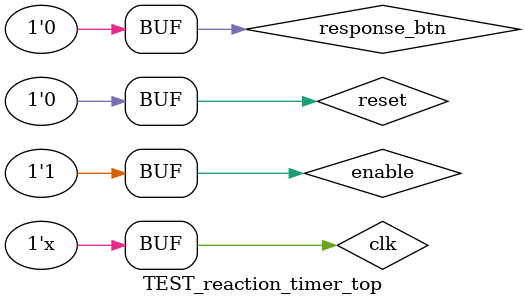
<source format=v>
`timescale 1ns / 1ps

module TEST_reaction_timer_top(
    );

    reg enable, reset, response_btn, clk;
    wire [32:0] reaction_time;
    wire trigger_led, debounced_btn;
    wire [1:0] next_state;
    wire [3:0] digit1;
    wire [3:0] digit2;
    wire [3:0] digit3;
    wire [3:0] digit4;

    reaction_timer_top UUT(
        .enable(enable),
        .reset(reset),
        .response_btn(response_btn),
        .clk(clk),
        .trigger_led(trigger_led),
        .digit1(digit1),
        .digit2(digit2),
        .digit3(digit3),
        .digit4(digit4),
        .next_state(next_state)
        );

    always begin
        #1
        clk = ~clk;
    end

    initial begin
        enable = 0;
        reset = 0;
        clk = 0;
        response_btn = 0;
        
        #5
        reset = 1;

        #5
        reset = 0;

        #5
        enable = 1; 

        #100544
        response_btn = 1;

        #60
        response_btn = 0;
    end


endmodule

</source>
